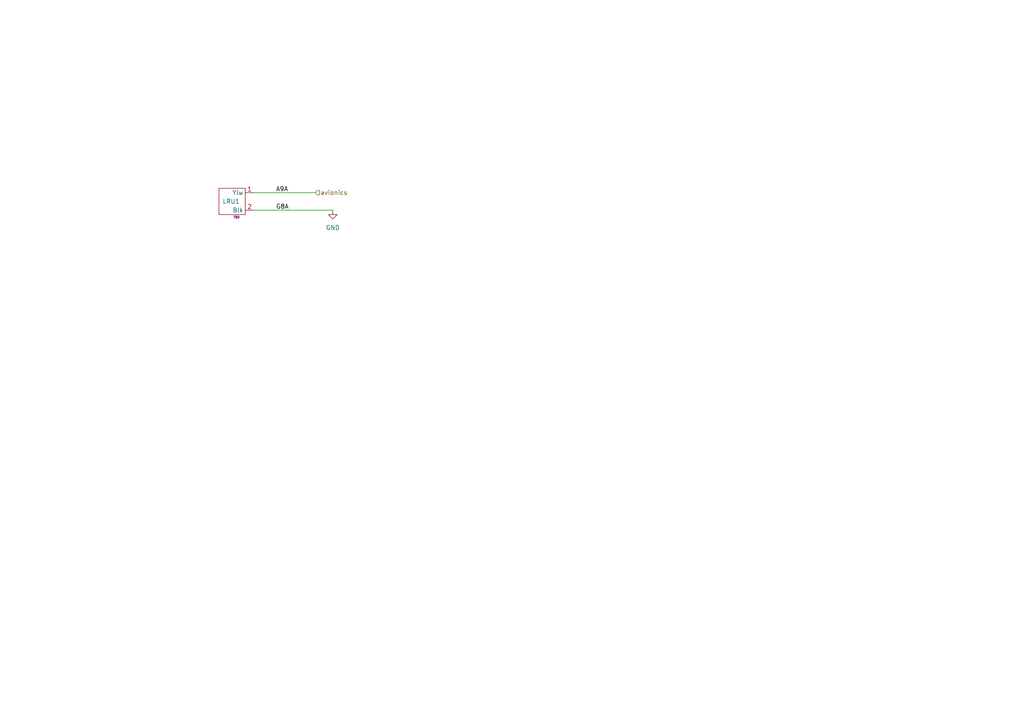
<source format=kicad_sch>
(kicad_sch
	(version 20250114)
	(generator "eeschema")
	(generator_version "9.0")
	(uuid "2ffca0d0-9310-41ba-90ff-ae42e2490a32")
	(paper "A4")
	(lib_symbols
		(symbol "AeroElectricConnectionSymbols:LRU_2x"
			(exclude_from_sim no)
			(in_bom yes)
			(on_board yes)
			(property "Reference" "LRU"
				(at -1.524 0 0)
				(do_not_autoplace)
				(effects
					(font
						(size 1.27 1.27)
					)
				)
			)
			(property "Value" "val A"
				(at -1.524 4.318 0)
				(do_not_autoplace)
				(effects
					(font
						(size 0.635 0.635)
					)
					(hide yes)
				)
			)
			(property "Footprint" ""
				(at -1.27 0 0)
				(effects
					(font
						(size 1.27 1.27)
					)
					(hide yes)
				)
			)
			(property "Datasheet" "TBD"
				(at 0 -4.572 0)
				(do_not_autoplace)
				(effects
					(font
						(size 0.635 0.635)
					)
				)
			)
			(property "Description" "Generic LRU, 2 Connections"
				(at 1.778 -6.096 0)
				(do_not_autoplace)
				(effects
					(font
						(size 0.635 0.635)
					)
					(hide yes)
				)
			)
			(symbol "LRU_2x_0_1"
				(rectangle
					(start -5.08 3.81)
					(end 2.54 -3.81)
					(stroke
						(width 0)
						(type default)
					)
					(fill
						(type none)
					)
				)
			)
			(symbol "LRU_2x_1_1"
				(pin passive line
					(at 5.08 2.54 180)
					(length 2.54)
					(name "Ylw"
						(effects
							(font
								(size 1.27 1.27)
							)
						)
					)
					(number "1"
						(effects
							(font
								(size 1.27 1.27)
							)
						)
					)
				)
				(pin passive line
					(at 5.08 -2.54 180)
					(length 2.54)
					(name "Blk"
						(effects
							(font
								(size 1.27 1.27)
							)
						)
					)
					(number "2"
						(effects
							(font
								(size 1.27 1.27)
							)
						)
					)
				)
			)
			(embedded_fonts no)
		)
		(symbol "power:GND"
			(power)
			(pin_numbers
				(hide yes)
			)
			(pin_names
				(offset 0)
				(hide yes)
			)
			(exclude_from_sim no)
			(in_bom yes)
			(on_board yes)
			(property "Reference" "#PWR"
				(at 0 -6.35 0)
				(effects
					(font
						(size 1.27 1.27)
					)
					(hide yes)
				)
			)
			(property "Value" "GND"
				(at 0 -3.81 0)
				(effects
					(font
						(size 1.27 1.27)
					)
				)
			)
			(property "Footprint" ""
				(at 0 0 0)
				(effects
					(font
						(size 1.27 1.27)
					)
					(hide yes)
				)
			)
			(property "Datasheet" ""
				(at 0 0 0)
				(effects
					(font
						(size 1.27 1.27)
					)
					(hide yes)
				)
			)
			(property "Description" "Power symbol creates a global label with name \"GND\" , ground"
				(at 0 0 0)
				(effects
					(font
						(size 1.27 1.27)
					)
					(hide yes)
				)
			)
			(property "ki_keywords" "global power"
				(at 0 0 0)
				(effects
					(font
						(size 1.27 1.27)
					)
					(hide yes)
				)
			)
			(symbol "GND_0_1"
				(polyline
					(pts
						(xy 0 0) (xy 0 -1.27) (xy 1.27 -1.27) (xy 0 -2.54) (xy -1.27 -1.27) (xy 0 -1.27)
					)
					(stroke
						(width 0)
						(type default)
					)
					(fill
						(type none)
					)
				)
			)
			(symbol "GND_1_1"
				(pin power_in line
					(at 0 0 270)
					(length 0)
					(name "~"
						(effects
							(font
								(size 1.27 1.27)
							)
						)
					)
					(number "1"
						(effects
							(font
								(size 1.27 1.27)
							)
						)
					)
				)
			)
			(embedded_fonts no)
		)
	)
	(wire
		(pts
			(xy 73.66 55.88) (xy 91.44 55.88)
		)
		(stroke
			(width 0)
			(type default)
		)
		(uuid "05d78c7e-d052-47b0-b13b-f1953d37ee4d")
	)
	(wire
		(pts
			(xy 73.66 60.96) (xy 96.52 60.96)
		)
		(stroke
			(width 0)
			(type default)
		)
		(uuid "da072846-8197-472c-b36b-4e29caef0216")
	)
	(label "G8A"
		(at 80.01 60.96 0)
		(effects
			(font
				(size 1.27 1.27)
			)
			(justify left bottom)
		)
		(uuid "11a1052a-45b3-489e-aae1-7393bcb35127")
	)
	(label "A9A"
		(at 80.01 55.88 0)
		(effects
			(font
				(size 1.27 1.27)
			)
			(justify left bottom)
		)
		(uuid "7844ce38-ac31-4998-ac23-19884a8792c9")
	)
	(hierarchical_label "avionics"
		(shape input)
		(at 91.44 55.88 0)
		(effects
			(font
				(size 1.27 1.27)
			)
			(justify left)
		)
		(uuid "53e87ff0-4e0e-4529-8b50-b8841bf459e0")
	)
	(symbol
		(lib_id "AeroElectricConnectionSymbols:LRU_2x")
		(at 68.58 58.42 0)
		(unit 1)
		(exclude_from_sim no)
		(in_bom yes)
		(on_board yes)
		(dnp no)
		(fields_autoplaced yes)
		(uuid "5d34d3ea-80a3-47c0-821f-0ba7132f541d")
		(property "Reference" "LRU1"
			(at 67.056 58.42 0)
			(do_not_autoplace yes)
			(effects
				(font
					(size 1.27 1.27)
				)
			)
		)
		(property "Value" "val A"
			(at 67.056 54.102 0)
			(do_not_autoplace yes)
			(effects
				(font
					(size 0.635 0.635)
				)
				(hide yes)
			)
		)
		(property "Footprint" ""
			(at 67.31 58.42 0)
			(effects
				(font
					(size 1.27 1.27)
				)
				(hide yes)
			)
		)
		(property "Datasheet" "TBD"
			(at 68.58 62.992 0)
			(do_not_autoplace yes)
			(effects
				(font
					(size 0.635 0.635)
				)
			)
		)
		(property "Description" "Generic LRU, 2 Connections"
			(at 70.358 64.516 0)
			(do_not_autoplace yes)
			(effects
				(font
					(size 0.635 0.635)
				)
				(hide yes)
			)
		)
		(property "LocLoad" "(10,10,0)L4.4"
			(at 68.58 58.42 0)
			(effects
				(font
					(size 1.27 1.27)
				)
				(hide yes)
			)
		)
		(pin "2"
			(uuid "8c0158b7-b1f3-4a08-b98d-cd6de1505aaa")
		)
		(pin "1"
			(uuid "30fa4f0a-ab49-4304-93cb-78a663aec611")
		)
		(instances
			(project ""
				(path "/6f32b1c6-d0dc-4a69-b565-c121d7833096/3f34c49e-ae58-4433-8ae6-817967dac1be"
					(reference "LRU1")
					(unit 1)
				)
			)
		)
	)
	(symbol
		(lib_id "power:GND")
		(at 96.52 60.96 0)
		(unit 1)
		(exclude_from_sim no)
		(in_bom yes)
		(on_board yes)
		(dnp no)
		(fields_autoplaced yes)
		(uuid "683656f0-6987-4352-8d54-5265b9f8c4dc")
		(property "Reference" "#PWR03"
			(at 96.52 67.31 0)
			(effects
				(font
					(size 1.27 1.27)
				)
				(hide yes)
			)
		)
		(property "Value" "GND"
			(at 96.52 66.04 0)
			(effects
				(font
					(size 1.27 1.27)
				)
			)
		)
		(property "Footprint" ""
			(at 96.52 60.96 0)
			(effects
				(font
					(size 1.27 1.27)
				)
				(hide yes)
			)
		)
		(property "Datasheet" ""
			(at 96.52 60.96 0)
			(effects
				(font
					(size 1.27 1.27)
				)
				(hide yes)
			)
		)
		(property "Description" "Power symbol creates a global label with name \"GND\" , ground"
			(at 96.52 60.96 0)
			(effects
				(font
					(size 1.27 1.27)
				)
				(hide yes)
			)
		)
		(property "LocLoad" "(0,0,10)G"
			(at 96.52 60.96 0)
			(effects
				(font
					(size 1.27 1.27)
				)
				(hide yes)
			)
		)
		(pin "1"
			(uuid "81586f9b-abbd-433a-b3ed-5c1c01346e89")
		)
		(instances
			(project ""
				(path "/6f32b1c6-d0dc-4a69-b565-c121d7833096/3f34c49e-ae58-4433-8ae6-817967dac1be"
					(reference "#PWR03")
					(unit 1)
				)
			)
		)
	)
)

</source>
